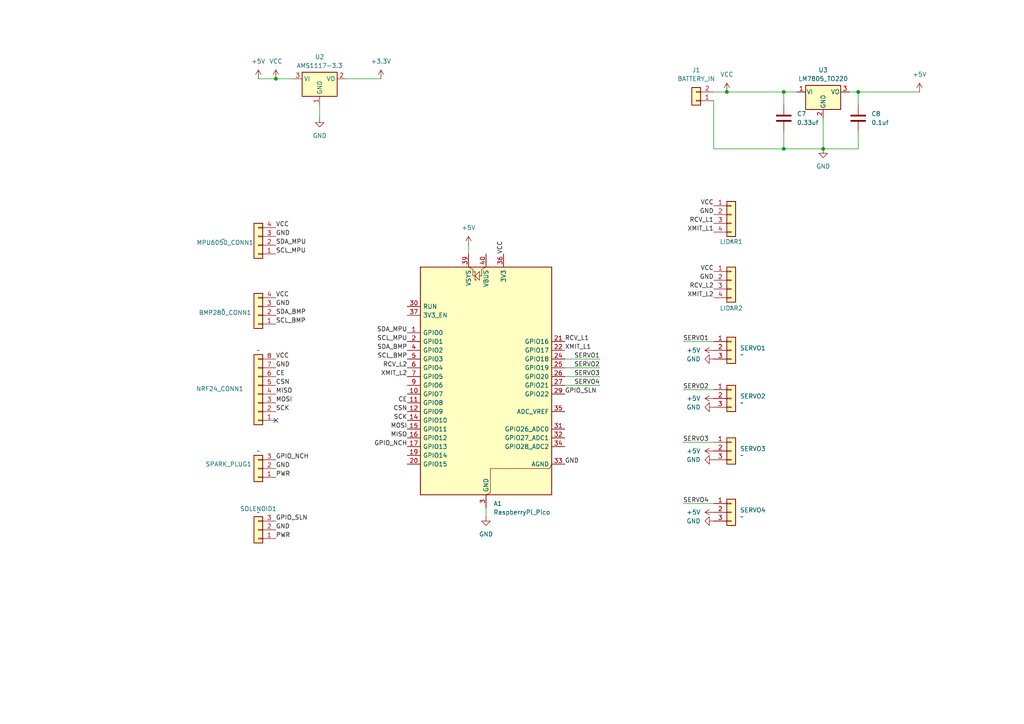
<source format=kicad_sch>
(kicad_sch (version 20250114) (generator "eeschema") (generator_version "9.0")
  (paper "A4")
  (title_block (title "ASTRA-V"))
  (lib_symbols
    (symbol "+5V_1" (power) (pin_numbers (hide yes)) (pin_names (offset 0) (hide yes))
      (property "Value" "+5V" (at 0 3.556 0))
      (symbol "+5V_1_0_1"
        (polyline (pts (xy -0.762 1.27) (xy 0 2.54)))
        (polyline (pts (xy 0 2.54) (xy 0.762 1.27)))
        (polyline (pts (xy 0 0) (xy 0 2.54)))
      )
      (symbol "+5V_1_1_1"
        (pin power_in line (at 0 0 90) (length 0) (name "~") (number "1"))
      )
    )
    (symbol "Conn_01x02_1" (pin_names (offset 1.016) (hide yes))
      (property "Reference" "J1" (at 2.54 0.0001 0))
      (property "Value" "BATTERY_IN" (at 2.54 -2.5399 0))
      (symbol "Conn_01x02_1_1_1"
        (rectangle (start -1.27 1.27) (end 1.27 -3.81) (stroke (width 0.254)) (fill (type background)))
        (rectangle (start -1.27 0.127) (end 0 -0.127) (stroke (width 0.1524)))
        (rectangle (start -1.27 -2.413) (end 0 -2.667) (stroke (width 0.1524)))
        (pin power_out line (at -5.08 0 0) (length 3.81) (name "Pin_1") (number "1"))
        (pin passive line (at -5.08 -2.54 0) (length 3.81) (name "Pin_2") (number "2"))
      )
    )
    (symbol "Connector_Generic:Conn_01x03" (pin_names (offset 1.016) (hide yes))
      (property "Reference" "J" (at 0 5.08 0))
      (property "Value" "Conn_01x03" (at 0 -5.08 0))
      (symbol "Conn_01x03_1_1"
        (rectangle (start -1.27 3.81) (end 1.27 -3.81) (stroke (width 0.254)) (fill (type background)))
        (rectangle (start -1.27 2.667) (end 0 2.413) (stroke (width 0.1524)))
        (rectangle (start -1.27 0.127) (end 0 -0.127) (stroke (width 0.1524)))
        (rectangle (start -1.27 -2.413) (end 0 -2.667) (stroke (width 0.1524)))
        (pin passive line (at -5.08 2.54 0) (length 3.81) (name "Pin_1") (number "1"))
        (pin passive line (at -5.08 0 0) (length 3.81) (name "Pin_2") (number "2"))
        (pin passive line (at -5.08 -2.54 0) (length 3.81) (name "Pin_3") (number "3"))
      )
    )
    (symbol "Connector_Generic:Conn_01x04" (pin_names (offset 1.016) (hide yes))
      (property "Reference" "J" (at 0 5.08 0))
      (property "Value" "Conn_01x04" (at 0 -7.62 0))
      (symbol "Conn_01x04_1_1"
        (rectangle (start -1.27 3.81) (end 1.27 -6.35) (stroke (width 0.254)) (fill (type background)))
        (rectangle (start -1.27 2.667) (end 0 2.413) (stroke (width 0.1524)))
        (rectangle (start -1.27 0.127) (end 0 -0.127) (stroke (width 0.1524)))
        (rectangle (start -1.27 -2.413) (end 0 -2.667) (stroke (width 0.1524)))
        (rectangle (start -1.27 -4.953) (end 0 -5.207) (stroke (width 0.1524)))
        (pin passive line (at -5.08 2.54 0) (length 3.81) (name "Pin_1") (number "1"))
        (pin passive line (at -5.08 0 0) (length 3.81) (name "Pin_2") (number "2"))
        (pin passive line (at -5.08 -2.54 0) (length 3.81) (name "Pin_3") (number "3"))
        (pin passive line (at -5.08 -5.08 0) (length 3.81) (name "Pin_4") (number "4"))
      )
    )
    (symbol "Connector_Generic:Conn_01x08" (pin_names (offset 1.016) (hide yes))
      (property "Reference" "J" (at 0 10.16 0))
      (property "Value" "Conn_01x08" (at 0 -12.7 0))
      (symbol "Conn_01x08_1_1"
        (rectangle (start -1.27 8.89) (end 1.27 -11.43) (stroke (width 0.254)) (fill (type background)))
        (rectangle (start -1.27 7.747) (end 0 7.493) (stroke (width 0.1524)))
        (rectangle (start -1.27 5.207) (end 0 4.953) (stroke (width 0.1524)))
        (rectangle (start -1.27 2.667) (end 0 2.413) (stroke (width 0.1524)))
        (rectangle (start -1.27 0.127) (end 0 -0.127) (stroke (width 0.1524)))
        (rectangle (start -1.27 -2.413) (end 0 -2.667) (stroke (width 0.1524)))
        (rectangle (start -1.27 -4.953) (end 0 -5.207) (stroke (width 0.1524)))
        (rectangle (start -1.27 -7.493) (end 0 -7.747) (stroke (width 0.1524)))
        (rectangle (start -1.27 -10.033) (end 0 -10.287) (stroke (width 0.1524)))
        (pin passive line (at -5.08 7.62 0) (length 3.81) (name "Pin_1") (number "1"))
        (pin passive line (at -5.08 5.08 0) (length 3.81) (name "Pin_2") (number "2"))
        (pin passive line (at -5.08 2.54 0) (length 3.81) (name "Pin_3") (number "3"))
        (pin passive line (at -5.08 0 0) (length 3.81) (name "Pin_4") (number "4"))
        (pin passive line (at -5.08 -2.54 0) (length 3.81) (name "Pin_5") (number "5"))
        (pin passive line (at -5.08 -5.08 0) (length 3.81) (name "Pin_6") (number "6"))
        (pin passive line (at -5.08 -7.62 0) (length 3.81) (name "Pin_7") (number "7"))
        (pin passive line (at -5.08 -10.16 0) (length 3.81) (name "Pin_8") (number "8"))
      )
    )
    (symbol "Device:C" (pin_numbers (hide yes)) (pin_names (offset 0.254))
      (property "Reference" "C" (at 0.635 2.54 0))
      (property "Value" "C" (at 0.635 -2.54 0))
      (symbol "C_0_1"
        (polyline (pts (xy -2.032 0.762) (xy 2.032 0.762)) (stroke (width 0.508)))
        (polyline (pts (xy -2.032 -0.762) (xy 2.032 -0.762)) (stroke (width 0.508)))
      )
      (symbol "C_1_1"
        (pin passive line (at 0 3.81 270) (length 2.794) (name "~") (number "1"))
        (pin passive line (at 0 -3.81 90) (length 2.794) (name "~") (number "2"))
      )
    )
    (symbol "GND_1" (power) (pin_numbers (hide yes)) (pin_names (offset 0) (hide yes))
      (property "Value" "GND" (at 0 -3.81 0))
      (symbol "GND_1_0_1"
        (polyline (pts (xy 0 0) (xy 0 -1.27) (xy 1.27 -1.27) (xy 0 -2.54) (xy -1.27 -1.27) (xy 0 -1.27)))
      )
      (symbol "GND_1_1_1"
        (pin power_in line (at 0 0 270) (length 0) (name "~") (number "1"))
      )
    )
    (symbol "GND_2" (power) (pin_numbers (hide yes)) (pin_names (offset 0) (hide yes))
      (property "Value" "GND" (at 0 -3.81 0))
      (symbol "GND_2_0_1"
        (polyline (pts (xy 0 0) (xy 0 -1.27) (xy 1.27 -1.27) (xy 0 -2.54) (xy -1.27 -1.27) (xy 0 -1.27)))
      )
      (symbol "GND_2_1_1"
        (pin power_in line (at 0 0 270) (length 0) (name "~") (number "1"))
      )
    )
    (symbol "GND_3" (power) (pin_numbers (hide yes)) (pin_names (offset 0) (hide yes))
      (property "Value" "GND" (at 0 -3.81 0))
      (symbol "GND_3_0_1"
        (polyline (pts (xy 0 0) (xy 0 -1.27) (xy 1.27 -1.27) (xy 0 -2.54) (xy -1.27 -1.27) (xy 0 -1.27)))
      )
      (symbol "GND_3_1_1"
        (pin power_in line (at 0 0 270) (length 0) (name "~") (number "1"))
      )
    )
    (symbol "MCU_Module:RaspberryPi_Pico" (pin_names (offset 0.762))
      (property "Reference" "A" (at -19.05 35.56 0))
      (property "Value" "RaspberryPi_Pico" (at 7.62 35.56 0))
      (symbol "RaspberryPi_Pico_0_1"
        (rectangle (start -19.05 34.29) (end 19.05 -31.75) (stroke (width 0.254)) (fill (type background)))
        (polyline (pts (xy -5.08 34.29) (xy -3.81 33.655) (xy -3.81 31.75) (xy -3.175 31.75)))
        (polyline (pts (xy -3.429 32.766) (xy -3.429 33.02) (xy -3.175 33.02) (xy -3.175 30.48) (xy -2.921 30.48) (xy -2.921 30.734)))
        (polyline (pts (xy -3.175 31.75) (xy -1.905 33.02) (xy -1.905 30.48) (xy -3.175 31.75)))
        (polyline (pts (xy 0 34.29) (xy -1.27 33.655) (xy -1.27 31.75) (xy -1.905 31.75)))
        (polyline (pts (xy 0 -31.75) (xy 1.27 -31.115) (xy 1.27 -24.13) (xy 18.415 -24.13) (xy 19.05 -22.86)))
      )
      (symbol "RaspberryPi_Pico_1_1"
        (pin passive line (at -22.86 22.86 0) (length 3.81) (name "RUN") (number "30"))
        (pin passive line (at -22.86 20.32 0) (length 3.81) (name "3V3_EN") (number "37"))
        (pin bidirectional line (at -22.86 15.24 0) (length 3.81) (name "GPIO0") (number "1"))
        (pin bidirectional line (at -22.86 12.7 0) (length 3.81) (name "GPIO1") (number "2"))
        (pin bidirectional line (at -22.86 10.16 0) (length 3.81) (name "GPIO2") (number "4"))
        (pin bidirectional line (at -22.86 7.62 0) (length 3.81) (name "GPIO3") (number "5"))
        (pin bidirectional line (at -22.86 5.08 0) (length 3.81) (name "GPIO4") (number "6"))
        (pin bidirectional line (at -22.86 2.54 0) (length 3.81) (name "GPIO5") (number "7"))
        (pin bidirectional line (at -22.86 0 0) (length 3.81) (name "GPIO6") (number "9"))
        (pin bidirectional line (at -22.86 -2.54 0) (length 3.81) (name "GPIO7") (number "10"))
        (pin bidirectional line (at -22.86 -5.08 0) (length 3.81) (name "GPIO8") (number "11"))
        (pin bidirectional line (at -22.86 -7.62 0) (length 3.81) (name "GPIO9") (number "12"))
        (pin bidirectional line (at -22.86 -10.16 0) (length 3.81) (name "GPIO10") (number "14"))
        (pin bidirectional line (at -22.86 -12.7 0) (length 3.81) (name "GPIO11") (number "15"))
        (pin bidirectional line (at -22.86 -15.24 0) (length 3.81) (name "GPIO12") (number "16"))
        (pin bidirectional line (at -22.86 -17.78 0) (length 3.81) (name "GPIO13") (number "17"))
        (pin bidirectional line (at -22.86 -20.32 0) (length 3.81) (name "GPIO14") (number "19"))
        (pin bidirectional line (at -22.86 -22.86 0) (length 3.81) (name "GPIO15") (number "20"))
        (pin power_in line (at -5.08 38.1 270) (length 3.81) (name "VSYS") (number "39"))
        (pin power_out line (at 0 38.1 270) (length 3.81) (name "VBUS") (number "40"))
        (pin passive line (at 0 -35.56 90) (length 3.81) (hide yes) (name "GND") (number "13"))
        (pin passive line (at 0 -35.56 90) (length 3.81) (hide yes) (name "GND") (number "18"))
        (pin passive line (at 0 -35.56 90) (length 3.81) (hide yes) (name "GND") (number "23"))
        (pin passive line (at 0 -35.56 90) (length 3.81) (hide yes) (name "GND") (number "28"))
        (pin power_out line (at 0 -35.56 90) (length 3.81) (name "GND") (number "3"))
        (pin passive line (at 0 -35.56 90) (length 3.81) (hide yes) (name "GND") (number "38"))
        (pin passive line (at 0 -35.56 90) (length 3.81) (hide yes) (name "GND") (number "8"))
        (pin power_out line (at 5.08 38.1 270) (length 3.81) (name "3V3") (number "36"))
        (pin bidirectional line (at 22.86 12.7 180) (length 3.81) (name "GPIO16") (number "21"))
        (pin bidirectional line (at 22.86 10.16 180) (length 3.81) (name "GPIO17") (number "22"))
        (pin bidirectional line (at 22.86 7.62 180) (length 3.81) (name "GPIO18") (number "24"))
        (pin bidirectional line (at 22.86 5.08 180) (length 3.81) (name "GPIO19") (number "25"))
        (pin bidirectional line (at 22.86 2.54 180) (length 3.81) (name "GPIO20") (number "26"))
        (pin bidirectional line (at 22.86 0 180) (length 3.81) (name "GPIO21") (number "27"))
        (pin bidirectional line (at 22.86 -2.54 180) (length 3.81) (name "GPIO22") (number "29"))
        (pin power_in line (at 22.86 -7.62 180) (length 3.81) (name "ADC_VREF") (number "35"))
        (pin bidirectional line (at 22.86 -12.7 180) (length 3.81) (name "GPIO26_ADC0") (number "31"))
        (pin bidirectional line (at 22.86 -15.24 180) (length 3.81) (name "GPIO27_ADC1") (number "32"))
        (pin bidirectional line (at 22.86 -17.78 180) (length 3.81) (name "GPIO28_ADC2") (number "34"))
        (pin power_out line (at 22.86 -22.86 180) (length 3.81) (name "AGND") (number "33"))
      )
    )
    (symbol "Regulator_Linear:AMS1117-3.3"
      (property "Reference" "U" (at -3.81 3.175 0))
      (property "Value" "AMS1117-3.3" (at 0 3.175 0))
      (symbol "AMS1117-3.3_0_1"
        (rectangle (start -5.08 -5.08) (end 5.08 1.905) (stroke (width 0.254)) (fill (type background)))
      )
      (symbol "AMS1117-3.3_1_1"
        (pin power_in line (at -7.62 0 0) (length 2.54) (name "VI") (number "3"))
        (pin power_in line (at 0 -7.62 90) (length 2.54) (name "GND") (number "1"))
        (pin power_out line (at 7.62 0 180) (length 2.54) (name "VO") (number "2"))
      )
    )
    (symbol "Regulator_Linear:LM7805_TO220" (pin_names (offset 0.254))
      (property "Reference" "U" (at -3.81 3.175 0))
      (property "Value" "LM7805_TO220" (at 0 3.175 0))
      (symbol "LM7805_TO220_0_1"
        (rectangle (start -5.08 1.905) (end 5.08 -5.08) (stroke (width 0.254)) (fill (type background)))
      )
      (symbol "LM7805_TO220_1_1"
        (pin power_in line (at -7.62 0 0) (length 2.54) (name "VI") (number "1"))
        (pin power_in line (at 0 -7.62 90) (length 2.54) (name "GND") (number "2"))
        (pin power_out line (at 7.62 0 180) (length 2.54) (name "VO") (number "3"))
      )
    )
    (symbol "power:+3.3V" (power) (pin_numbers (hide yes)) (pin_names (offset 0) (hide yes))
      (property "Value" "+3.3V" (at 0 3.556 0))
      (symbol "+3.3V_0_1"
        (polyline (pts (xy -0.762 1.27) (xy 0 2.54)))
        (polyline (pts (xy 0 2.54) (xy 0.762 1.27)))
        (polyline (pts (xy 0 0) (xy 0 2.54)))
      )
      (symbol "+3.3V_1_1"
        (pin power_in line (at 0 0 90) (length 0) (name "~") (number "1"))
      )
    )
    (symbol "power:+5V" (power) (pin_numbers (hide yes)) (pin_names (offset 0) (hide yes))
      (property "Value" "+5V" (at 0 5.08 0))
      (symbol "+5V_0_1"
        (polyline (pts (xy -0.762 1.27) (xy 0 2.54)))
        (polyline (pts (xy 0 2.54) (xy 0.762 1.27)))
        (polyline (pts (xy 0 0) (xy 0 2.54)))
      )
      (symbol "+5V_1_1"
        (pin power_out line (at 0 0 90) (length 0) (name "~") (number "1"))
      )
    )
    (symbol "power:GND" (power) (pin_numbers (hide yes)) (pin_names (offset 0) (hide yes))
      (property "Value" "GND" (at 0 -5.08 0))
      (symbol "GND_0_1"
        (polyline (pts (xy 0 0) (xy 0 -1.27) (xy 1.27 -1.27) (xy 0 -2.54) (xy -1.27 -1.27) (xy 0 -1.27)))
      )
      (symbol "GND_1_1"
        (pin power_out line (at 0 0 270) (length 0) (name "~") (number "1"))
      )
    )
    (symbol "power:VCC" (power) (pin_numbers (hide yes)) (pin_names (offset 0) (hide yes))
      (property "Value" "VCC" (at 0 3.556 0))
      (symbol "VCC_0_1"
        (polyline (pts (xy -0.762 1.27) (xy 0 2.54)))
        (polyline (pts (xy 0 2.54) (xy 0.762 1.27)))
        (polyline (pts (xy 0 0) (xy 0 2.54)))
      )
      (symbol "VCC_1_1"
        (pin power_in line (at 0 0 90) (length 0) (name "~") (number "1"))
      )
    )
  )
  (junction (at 238.76 43.18))
  (junction (at 227.33 26.67))
  (junction (at 248.92 26.67))
  (junction (at 210.82 26.67))
  (junction (at 227.33 43.18))
  (junction (at 80.01 22.86))
  (no_connect (at 80.01 121.92))
  (wire (pts (xy 227.33 43.18) (xy 238.76 43.18)))
  (wire (pts (xy 207.01 43.18) (xy 227.33 43.18)))
  (wire (pts (xy 140.97 147.32) (xy 140.97 149.86)))
  (wire (pts (xy 246.38 26.67) (xy 248.92 26.67)))
  (wire (pts (xy 248.92 26.67) (xy 248.92 30.48)))
  (wire (pts (xy 238.76 34.29) (xy 238.76 43.18)))
  (wire (pts (xy 135.89 71.12) (xy 135.89 73.66)))
  (wire (pts (xy 100.33 22.86) (xy 110.49 22.86)))
  (wire (pts (xy 227.33 26.67) (xy 231.14 26.67)))
  (wire (pts (xy 74.93 22.86) (xy 80.01 22.86)))
  (wire (pts (xy 198.12 128.27) (xy 207.01 128.27)))
  (wire (pts (xy 92.71 30.48) (xy 92.71 34.29)))
  (wire (pts (xy 238.76 43.18) (xy 248.92 43.18)))
  (wire (pts (xy 210.82 26.67) (xy 227.33 26.67)))
  (wire (pts (xy 227.33 38.1) (xy 227.33 43.18)))
  (wire (pts (xy 248.92 38.1) (xy 248.92 43.18)))
  (wire (pts (xy 207.01 29.21) (xy 207.01 43.18)))
  (wire (pts (xy 198.12 146.05) (xy 207.01 146.05)))
  (wire (pts (xy 80.01 22.86) (xy 85.09 22.86)))
  (wire (pts (xy 163.83 106.68) (xy 173.99 106.68)))
  (wire (pts (xy 198.12 99.06) (xy 207.01 99.06)))
  (wire (pts (xy 163.83 111.76) (xy 173.99 111.76)))
  (wire (pts (xy 227.33 26.67) (xy 227.33 30.48)))
  (wire (pts (xy 163.83 104.14) (xy 173.99 104.14)))
  (wire (pts (xy 163.83 109.22) (xy 173.99 109.22)))
  (wire (pts (xy 248.92 26.67) (xy 266.7 26.67)))
  (wire (pts (xy 198.12 113.03) (xy 207.01 113.03)))
  (wire (pts (xy 207.01 26.67) (xy 210.82 26.67)))
  (label "XMIT_L1" (at 207.01 67.31 180))
  (label "GND" (at 80.01 153.67 0))
  (label "SCL_BMP" (at 118.11 104.14 180))
  (label "GPIO_NCH" (at 80.01 133.35 0))
  (label "MOSI" (at 80.01 116.84 0))
  (label "GPIO_SLN" (at 80.01 151.13 0))
  (label "GND" (at 80.01 88.9 0))
  (label "GND" (at 207.01 62.23 180))
  (label "GPIO_SLN" (at 163.83 114.3 0))
  (label "MOSI" (at 118.11 124.46 180))
  (label "SERVO1" (at 173.99 104.14 180))
  (label "VCC" (at 207.01 78.74 180))
  (label "GND" (at 163.83 134.62 0))
  (label "SDA_BMP" (at 118.11 101.6 180))
  (label "VCC" (at 146.05 73.66 90))
  (label "SERVO4" (at 198.12 146.05 0))
  (label "SCK" (at 80.01 119.38 0))
  (label "SCL_BMP" (at 80.01 93.98 0))
  (label "XMIT_L1" (at 163.83 101.6 0))
  (label "VCC" (at 207.01 59.69 180))
  (label "XMIT_L2" (at 118.11 109.22 180))
  (label "MISO" (at 80.01 114.3 0))
  (label "SDA_MPU" (at 80.01 71.12 0))
  (label "SERVO1" (at 198.12 99.06 0))
  (label "VCC" (at 80.01 86.36 0))
  (label "CSN" (at 118.11 119.38 180))
  (label "RCV_L1" (at 207.01 64.77 180))
  (label "CE" (at 118.11 116.84 180))
  (label "SERVO3" (at 173.99 109.22 180))
  (label "SDA_MPU" (at 118.11 96.52 180))
  (label "CE" (at 80.01 109.22 0))
  (label "XMIT_L2" (at 207.01 86.36 180))
  (label "SERVO2" (at 198.12 113.03 0))
  (label "VCC" (at 80.01 66.04 0))
  (label "GND" (at 80.01 106.68 0))
  (label "GND" (at 80.01 135.89 0))
  (label "RCV_L2" (at 207.01 83.82 180))
  (label "GND" (at 80.01 68.58 0))
  (label "SERVO4" (at 173.99 111.76 180))
  (label "MISO" (at 118.11 127 180))
  (label "SERVO3" (at 198.12 128.27 0))
  (label "GND" (at 207.01 81.28 180))
  (label "GPIO_NCH" (at 118.11 129.54 180))
  (label "SCL_MPU" (at 118.11 99.06 180))
  (label "SCL_MPU" (at 80.01 73.66 0))
  (label "SCK" (at 118.11 121.92 180))
  (label "SERVO2" (at 173.99 106.68 180))
  (label "PWR" (at 80.01 138.43 0))
  (label "RCV_L2" (at 118.11 106.68 180))
  (label "PWR" (at 80.01 156.21 0))
  (label "CSN" (at 80.01 111.76 0))
  (label "VCC" (at 80.01 104.14 0))
  (label "RCV_L1" (at 163.83 99.06 0))
  (label "SDA_BMP" (at 80.01 91.44 0))
  (symbol (lib_id "Connector_Generic:Conn_01x04") (at 74.93 91.44 180) (unit 1)
    (property "Reference" "BMP280_CONN1" (at 65.278 90.678 0))
    (property "Value" "~" (at 64.77 89.662 0))
    (property "Footprint" "Connector_PinHeader_2.54mm:PinHeader_1x04_P2.54mm_Vertical" (effects (hide yes)))
    (property "Description" "Generic connector, single row, 01x04, script generated (kicad-library-utils/schlib/autogen/connector/)" (effects (hide yes)))
  )
  (symbol (lib_id "power:VCC") (at 210.82 26.67 0) (unit 1)
    (property "Reference" "#PWR010" (effects (hide yes)))
    (property "Value" "VCC" (at 210.82 21.59 0))
    (property "Description" "Power symbol creates a global label with name \"VCC\"" (effects (hide yes)))
  )
  (symbol (lib_id "power:GND") (at 92.71 34.29 0) (unit 1)
    (property "Reference" "#PWR03" (effects (hide yes)))
    (property "Value" "GND" (at 92.71 39.37 0))
    (property "Description" "Power symbol creates a global label with name \"GND\" , ground" (effects (hide yes)))
  )
  (symbol (lib_id "Connector_Generic:Conn_01x03") (at 212.09 148.59 0) (unit 1)
    (property "Reference" "SERVO4" (at 214.63 147.9549 0) (effects (justify left)))
    (property "Value" "~" (at 214.63 149.86 0) (effects (justify left)))
    (property "Footprint" "Connector_PinHeader_2.54mm:PinHeader_1x03_P2.54mm_Vertical" (effects (hide yes)))
    (property "Description" "Generic connector, single row, 01x03, script generated (kicad-library-utils/schlib/autogen/connector/)" (effects (hide yes)))
  )
  (symbol (lib_id "power:+3.3V") (at 110.49 22.86 0) (unit 1)
    (property "Reference" "#PWR011" (effects (hide yes)))
    (property "Value" "+3.3V" (at 110.49 17.78 0))
    (property "Description" "Power symbol creates a global label with name \"+3.3V\"" (effects (hide yes)))
  )
  (symbol (lib_id "power:+5V") (at 74.93 22.86 0) (unit 1)
    (property "Reference" "#5V0102" (effects (hide yes)))
    (property "Value" "+5V" (at 74.93 17.78 0))
    (property "Description" "Power symbol creates a global label with name \"+5V\"" (effects (hide yes)))
  )
  (symbol (lib_id "Connector_Generic:Conn_01x03") (at 212.09 130.81 0) (unit 1)
    (property "Reference" "SERVO3" (at 214.63 130.1749 0) (effects (justify left)))
    (property "Value" "~" (at 214.63 132.08 0) (effects (justify left)))
    (property "Footprint" "Connector_PinHeader_2.54mm:PinHeader_1x03_P2.54mm_Vertical" (effects (hide yes)))
    (property "Description" "Generic connector, single row, 01x03, script generated (kicad-library-utils/schlib/autogen/connector/)" (effects (hide yes)))
  )
  (symbol (lib_id "Connector_Generic:Conn_01x03") (at 74.93 153.67 180) (unit 1)
    (property "Reference" "SOLENOID1" (at 74.93 147.574 0))
    (property "Value" "~" (at 74.93 148.59 0))
    (property "Footprint" "TerminalBlock_MetzConnect:TerminalBlock_MetzConnect_Type011_RT05503HBLC_1x03_P5.00mm_Horizontal" (effects (hide yes)))
    (property "Description" "Generic connector, single row, 01x03, script generated (kicad-library-utils/schlib/autogen/connector/)" (effects (hide yes)))
  )
  (symbol (lib_name "GND_3") (lib_id "power:GND") (at 238.76 43.18 0) (unit 1)
    (property "Reference" "#PWR09" (effects (hide yes)))
    (property "Value" "GND" (at 238.76 48.26 0))
    (property "Description" "Power symbol creates a global label with name \"GND\" , ground" (effects (hide yes)))
  )
  (symbol (lib_id "Regulator_Linear:LM7805_TO220") (at 238.76 26.67 0) (unit 1)
    (property "Reference" "U3" (at 238.76 20.32 0))
    (property "Value" "LM7805_TO220" (at 238.76 22.86 0))
    (property "Footprint" "Package_TO_SOT_THT:TO-220-3_Vertical" (effects (hide yes)))
    (property "Datasheet" "https://www.onsemi.cn/PowerSolutions/document/MC7800-D.PDF" (effects (hide yes)))
    (property "Description" "Positive 1A 35V Linear Regulator, Fixed Output 5V, TO-220" (effects (hide yes)))
  )
  (symbol (lib_id "power:VCC") (at 80.01 22.86 0) (unit 1)
    (property "Reference" "#PWR02" (effects (hide yes)))
    (property "Value" "VCC" (at 80.01 17.78 0))
    (property "Description" "Power symbol creates a global label with name \"VCC\"" (effects (hide yes)))
  )
  (symbol (lib_name "GND_2") (lib_id "power:GND") (at 207.01 118.11 270) (unit 1)
    (property "Reference" "#PWR07" (effects (hide yes)))
    (property "Value" "GND" (at 203.2 118.1099 90) (effects (justify right)))
    (property "Description" "Power symbol creates a global label with name \"GND\" , ground" (effects (hide yes)))
  )
  (symbol (lib_name "GND_2") (lib_id "power:GND") (at 207.01 104.14 270) (unit 1)
    (property "Reference" "#PWR08" (effects (hide yes)))
    (property "Value" "GND" (at 203.2 104.1399 90) (effects (justify right)))
    (property "Description" "Power symbol creates a global label with name \"GND\" , ground" (effects (hide yes)))
  )
  (symbol (lib_id "Regulator_Linear:AMS1117-3.3") (at 92.71 22.86 0) (unit 1)
    (property "Reference" "U2" (at 92.71 16.51 0))
    (property "Value" "AMS1117-3.3" (at 92.71 19.05 0))
    (property "Footprint" "Package_TO_SOT_SMD:SOT-223-3_TabPin2" (effects (hide yes)))
    (property "Datasheet" "http://www.advanced-monolithic.com/pdf/ds1117.pdf" (effects (hide yes)))
    (property "Description" "1A Low Dropout regulator, positive, 3.3V fixed output, SOT-223" (effects (hide yes)))
  )
  (symbol (lib_id "Connector_Generic:Conn_01x03") (at 74.93 135.89 180) (unit 1)
    (property "Reference" "SPARK_PLUG1" (at 66.294 134.62 0))
    (property "Value" "~" (at 74.93 130.81 0))
    (property "Footprint" "TerminalBlock_MetzConnect:TerminalBlock_MetzConnect_Type011_RT05503HBLC_1x03_P5.00mm_Horizontal" (effects (hide yes)))
    (property "Description" "Generic connector, single row, 01x03, script generated (kicad-library-utils/schlib/autogen/connector/)" (effects (hide yes)))
  )
  (symbol (lib_name "Conn_01x02_1") (lib_id "Connector_Generic:Conn_01x02") (at 201.93 29.21 180) (unit 1)
    (property "Reference" "J1" (at 201.93 20.32 0))
    (property "Value" "BATTERY_IN" (at 201.93 22.86 0))
    (property "Footprint" "Connector_JST:JST_XH_B2B-XH-A_1x02_P2.50mm_Vertical" (effects (hide yes)))
    (property "Description" "Generic connector, single row, 01x02, script generated (kicad-library-utils/schlib/autogen/connector/)" (effects (hide yes)))
  )
  (symbol (lib_id "Connector_Generic:Conn_01x03") (at 212.09 115.57 0) (unit 1)
    (property "Reference" "SERVO2" (at 214.63 114.9349 0) (effects (justify left)))
    (property "Value" "~" (at 214.63 116.84 0) (effects (justify left)))
    (property "Footprint" "Connector_PinHeader_2.54mm:PinHeader_1x03_P2.54mm_Vertical" (effects (hide yes)))
    (property "Description" "Generic connector, single row, 01x03, script generated (kicad-library-utils/schlib/autogen/connector/)" (effects (hide yes)))
  )
  (symbol (lib_name "GND_2") (lib_id "power:GND") (at 207.01 133.35 270) (unit 1)
    (property "Reference" "#PWR06" (effects (hide yes)))
    (property "Value" "GND" (at 203.2 133.3499 90) (effects (justify right)))
    (property "Description" "Power symbol creates a global label with name \"GND\" , ground" (effects (hide yes)))
  )
  (symbol (lib_id "Device:C") (at 227.33 34.29 0) (unit 1)
    (property "Reference" "C7" (at 231.14 33.0199 0) (effects (justify left)))
    (property "Value" "0.33uf" (at 231.14 35.5599 0) (effects (justify left)))
    (property "Description" "Unpolarized capacitor" (effects (hide yes)))
  )
  (symbol (lib_id "Connector_Generic:Conn_01x04") (at 212.09 81.28 0) (unit 1)
    (property "Reference" "LIDAR2" (at 212.09 89.408 0))
    (property "Value" "~" (at 212.09 88.9 0))
    (property "Footprint" "Connector_PinHeader_2.54mm:PinHeader_1x04_P2.54mm_Vertical" (effects (hide yes)))
    (property "Description" "Generic connector, single row, 01x04, script generated (kicad-library-utils/schlib/autogen/connector/)" (effects (hide yes)))
  )
  (symbol (lib_id "Connector_Generic:Conn_01x04") (at 212.09 62.23 0) (unit 1)
    (property "Reference" "LIDAR1" (at 212.09 70.104 0))
    (property "Value" "~" (at 212.09 69.85 0))
    (property "Footprint" "Connector_PinHeader_2.54mm:PinHeader_1x04_P2.54mm_Vertical" (effects (hide yes)))
    (property "Description" "Generic connector, single row, 01x04, script generated (kicad-library-utils/schlib/autogen/connector/)" (effects (hide yes)))
  )
  (symbol (lib_id "power:+5V") (at 207.01 101.6 90) (unit 1)
    (property "Reference" "#5V0103" (effects (hide yes)))
    (property "Value" "+5V" (at 203.2 101.5999 90) (effects (justify left)))
    (property "Description" "Power symbol creates a global label with name \"+5V\"" (effects (hide yes)))
  )
  (symbol (lib_id "power:+5V") (at 207.01 115.57 90) (unit 1)
    (property "Reference" "#5V0104" (effects (hide yes)))
    (property "Value" "+5V" (at 203.2 115.5699 90) (effects (justify left)))
    (property "Description" "Power symbol creates a global label with name \"+5V\"" (effects (hide yes)))
  )
  (symbol (lib_id "MCU_Module:RaspberryPi_Pico") (at 140.97 111.76 0) (unit 1)
    (property "Reference" "A1" (at 143.1133 146.05 0) (effects (justify left)))
    (property "Value" "RaspberryPi_Pico" (at 143.1133 148.59 0) (effects (justify left)))
    (property "Footprint" "Module:RaspberryPi_Pico_Common_Unspecified" (effects (hide yes)))
    (property "Datasheet" "https://datasheets.raspberrypi.com/pico/pico-datasheet.pdf" (effects (hide yes)))
    (property "Description" "Versatile and inexpensive microcontroller module powered by RP2040 dual-core Arm Cortex-M0+ processor up to 133 MHz, 264kB SRAM, 2MB QSPI flash; also supports Raspberry Pi Pico 2" (effects (hide yes)))
  )
  (symbol (lib_id "Connector_Generic:Conn_01x03") (at 212.09 101.6 0) (unit 1)
    (property "Reference" "SERVO1" (at 214.63 100.9649 0) (effects (justify left)))
    (property "Value" "~" (at 214.63 102.87 0) (effects (justify left)))
    (property "Footprint" "Connector_PinHeader_2.54mm:PinHeader_1x03_P2.54mm_Vertical" (effects (hide yes)))
    (property "Description" "Generic connector, single row, 01x03, script generated (kicad-library-utils/schlib/autogen/connector/)" (effects (hide yes)))
  )
  (symbol (lib_name "+5V_1") (lib_id "power:+5V") (at 135.89 71.12 0) (unit 1)
    (property "Reference" "#PWR012" (effects (hide yes)))
    (property "Value" "+5V" (at 135.89 66.04 0))
    (property "Description" "Power symbol creates a global label with name \"+5V\"" (effects (hide yes)))
  )
  (symbol (lib_id "Connector_Generic:Conn_01x04") (at 74.93 71.12 180) (unit 1)
    (property "Reference" "MPU6050_CONN1" (at 65.278 70.358 0))
    (property "Value" "~" (at 64.77 69.342 0))
    (property "Footprint" "Connector_PinHeader_2.54mm:PinHeader_1x04_P2.54mm_Vertical" (effects (hide yes)))
    (property "Description" "Generic connector, single row, 01x04, script generated (kicad-library-utils/schlib/autogen/connector/)" (effects (hide yes)))
  )
  (symbol (lib_id "power:+5V") (at 207.01 148.59 90) (unit 1)
    (property "Reference" "#5V0106" (effects (hide yes)))
    (property "Value" "+5V" (at 203.2 148.5899 90) (effects (justify left)))
    (property "Description" "Power symbol creates a global label with name \"+5V\"" (effects (hide yes)))
  )
  (symbol (lib_name "GND_2") (lib_id "power:GND") (at 207.01 151.13 270) (unit 1)
    (property "Reference" "#PWR05" (effects (hide yes)))
    (property "Value" "GND" (at 203.2 151.1299 90) (effects (justify right)))
    (property "Description" "Power symbol creates a global label with name \"GND\" , ground" (effects (hide yes)))
  )
  (symbol (lib_name "GND_1") (lib_id "power:GND") (at 140.97 149.86 0) (unit 1)
    (property "Reference" "#PWR04" (effects (hide yes)))
    (property "Value" "GND" (at 140.97 154.94 0))
    (property "Description" "Power symbol creates a global label with name \"GND\" , ground" (effects (hide yes)))
  )
  (symbol (lib_id "power:+5V") (at 266.7 26.67 0) (unit 1)
    (property "Reference" "#5V0101" (effects (hide yes)))
    (property "Value" "+5V" (at 266.7 21.59 0))
    (property "Description" "Power symbol creates a global label with name \"+5V\"" (effects (hide yes)))
  )
  (symbol (lib_id "Connector_Generic:Conn_01x08") (at 74.93 114.3 180) (unit 1)
    (property "Reference" "NRF24_CONN1" (at 63.754 112.776 0))
    (property "Value" "~" (at 74.93 101.6 0))
    (property "Footprint" "Connector_PinSocket_2.54mm:PinSocket_1x08_P2.54mm_Vertical" (effects (hide yes)))
    (property "Description" "Generic connector, single row, 01x08, script generated (kicad-library-utils/schlib/autogen/connector/)" (effects (hide yes)))
  )
  (symbol (lib_id "power:+5V") (at 207.01 130.81 90) (unit 1)
    (property "Reference" "#5V0105" (effects (hide yes)))
    (property "Value" "+5V" (at 203.2 130.8099 90) (effects (justify left)))
    (property "Description" "Power symbol creates a global label with name \"+5V\"" (effects (hide yes)))
  )
  (symbol (lib_id "Device:C") (at 248.92 34.29 0) (unit 1)
    (property "Reference" "C8" (at 252.73 33.0199 0) (effects (justify left)))
    (property "Value" "0.1uf" (at 252.73 35.5599 0) (effects (justify left)))
    (property "Description" "Unpolarized capacitor" (effects (hide yes)))
  )
)
</source>
